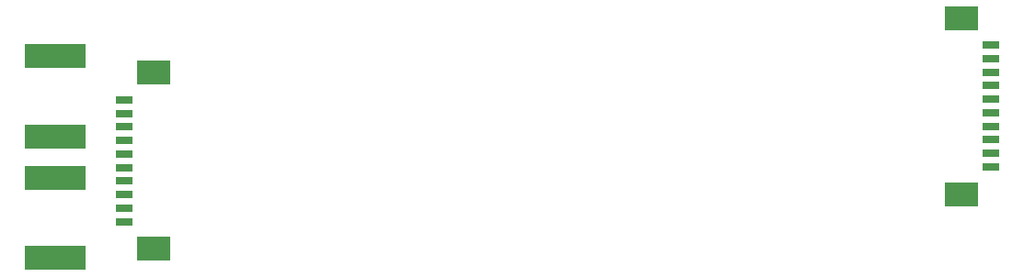
<source format=gbr>
G04 #@! TF.GenerationSoftware,KiCad,Pcbnew,(5.1.5)-3*
G04 #@! TF.CreationDate,2020-05-01T11:25:14-05:00*
G04 #@! TF.ProjectId,45-1591-1,34352d31-3539-4312-9d31-2e6b69636164,rev?*
G04 #@! TF.SameCoordinates,Original*
G04 #@! TF.FileFunction,Paste,Top*
G04 #@! TF.FilePolarity,Positive*
%FSLAX46Y46*%
G04 Gerber Fmt 4.6, Leading zero omitted, Abs format (unit mm)*
G04 Created by KiCad (PCBNEW (5.1.5)-3) date 2020-05-01 11:25:14*
%MOMM*%
%LPD*%
G04 APERTURE LIST*
%ADD10R,3.100000X2.200000*%
%ADD11R,1.500000X0.800000*%
%ADD12R,5.600000X2.300000*%
G04 APERTURE END LIST*
D10*
X71593300Y-85728000D03*
X71593300Y-101978000D03*
D11*
X68843300Y-88228000D03*
X68843300Y-89478000D03*
X68843300Y-90728000D03*
X68843300Y-91978000D03*
X68843300Y-93228000D03*
X68843300Y-94478000D03*
X68843300Y-95728000D03*
X68843300Y-96978000D03*
X68843300Y-98228000D03*
X68843300Y-99478000D03*
D10*
X145894000Y-96923400D03*
X145894000Y-80673400D03*
D11*
X148644000Y-94423400D03*
X148644000Y-93173400D03*
X148644000Y-91923400D03*
X148644000Y-90673400D03*
X148644000Y-89423400D03*
X148644000Y-88173400D03*
X148644000Y-86923400D03*
X148644000Y-85673400D03*
X148644000Y-84423400D03*
X148644000Y-83173400D03*
D12*
X62522100Y-102823500D03*
X62522100Y-95423500D03*
X62471300Y-84209400D03*
X62471300Y-91609400D03*
M02*

</source>
